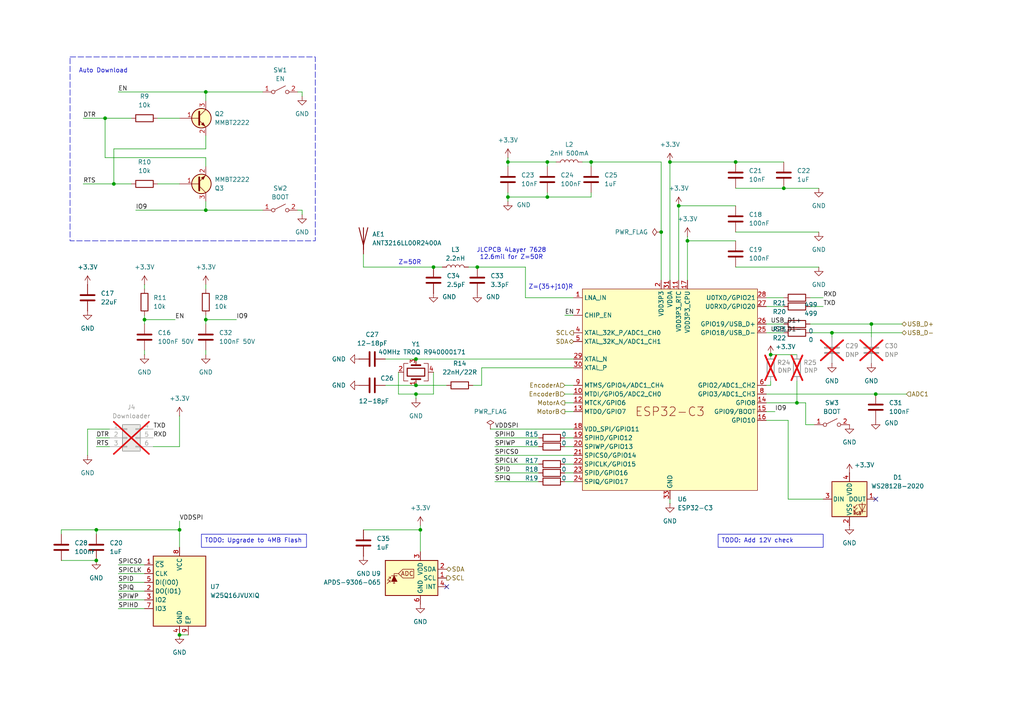
<source format=kicad_sch>
(kicad_sch (version 20231120) (generator "eeschema") (generator_version "8.0")
  (paper "A4")
  (lib_symbols
    (symbol "Connector_Generic:Conn_02x03_Top_Bottom" (pin_names (offset 1.016) hide)
      (property "Reference" "J" (at 1.27 5.08 0))
      (property "Value" "Conn_02x03_Top_Bottom" (at 1.27 -5.08 0))
      (symbol "Conn_02x03_Top_Bottom_1_1"
        (rectangle (start -1.27 -2.413) (end 0 -2.667) (stroke (width 0.1524)))
        (rectangle (start -1.27 0.127) (end 0 -0.127) (stroke (width 0.1524)))
        (rectangle (start -1.27 2.667) (end 0 2.413) (stroke (width 0.1524)))
        (rectangle (start -1.27 3.81) (end 3.81 -3.81) (stroke (width 0.254)) (fill (type background)))
        (rectangle (start 3.81 -2.413) (end 2.54 -2.667) (stroke (width 0.1524)))
        (rectangle (start 3.81 0.127) (end 2.54 -0.127) (stroke (width 0.1524)))
        (rectangle (start 3.81 2.667) (end 2.54 2.413) (stroke (width 0.1524)))
        (pin passive line (at -5.08 2.54 0) (length 3.81) (name "Pin_1") (number "1"))
        (pin passive line (at -5.08 0 0) (length 3.81) (name "Pin_2") (number "2"))
        (pin passive line (at -5.08 -2.54 0) (length 3.81) (name "Pin_3") (number "3"))
        (pin passive line (at 7.62 2.54 180) (length 3.81) (name "Pin_4") (number "4"))
        (pin passive line (at 7.62 0 180) (length 3.81) (name "Pin_5") (number "5"))
        (pin passive line (at 7.62 -2.54 180) (length 3.81) (name "Pin_6") (number "6"))
      )
    )
    (symbol "Device:Antenna" (pin_numbers hide) (pin_names (offset 1.016) hide)
      (property "Reference" "AE" (at -1.905 1.905 0))
      (property "Value" "Antenna" (at -1.905 0 0))
      (symbol "Antenna_0_1"
        (polyline (pts (xy 0 2.54) (xy 0 -3.81)) (stroke (width 0.254)))
        (polyline (pts (xy 1.27 2.54) (xy 0 -2.54) (xy -1.27 2.54)) (stroke (width 0.254)))
      )
      (symbol "Antenna_1_1"
        (pin input line (at 0 -5.08 90) (length 2.54) (name "A") (number "1"))
      )
    )
    (symbol "Device:C" (pin_numbers hide) (pin_names (offset 0.254))
      (property "Reference" "C" (at 0.635 2.54 0))
      (property "Value" "C" (at 0.635 -2.54 0))
      (symbol "C_0_1"
        (polyline (pts (xy -2.032 -0.762) (xy 2.032 -0.762)) (stroke (width 0.508)))
        (polyline (pts (xy -2.032 0.762) (xy 2.032 0.762)) (stroke (width 0.508)))
      )
      (symbol "C_1_1"
        (pin passive line (at 0 3.81 270) (length 2.794) (name "~") (number "1"))
        (pin passive line (at 0 -3.81 90) (length 2.794) (name "~") (number "2"))
      )
    )
    (symbol "Device:Crystal_GND24" (pin_names (offset 1.016) hide)
      (property "Reference" "Y" (at 3.175 5.08 0))
      (property "Value" "Crystal_GND24" (at 3.175 3.175 0))
      (symbol "Crystal_GND24_0_1"
        (rectangle (start -1.143 2.54) (end 1.143 -2.54) (stroke (width 0.3048)))
        (polyline (pts (xy -2.54 0) (xy -2.032 0)))
        (polyline (pts (xy -2.032 -1.27) (xy -2.032 1.27)) (stroke (width 0.508)))
        (polyline (pts (xy 0 -3.81) (xy 0 -3.556)))
        (polyline (pts (xy 0 3.556) (xy 0 3.81)))
        (polyline (pts (xy 2.032 -1.27) (xy 2.032 1.27)) (stroke (width 0.508)))
        (polyline (pts (xy 2.032 0) (xy 2.54 0)))
        (polyline (pts (xy -2.54 -2.286) (xy -2.54 -3.556) (xy 2.54 -3.556) (xy 2.54 -2.286)))
        (polyline (pts (xy -2.54 2.286) (xy -2.54 3.556) (xy 2.54 3.556) (xy 2.54 2.286)))
      )
      (symbol "Crystal_GND24_1_1"
        (pin passive line (at -3.81 0 0) (length 1.27) (name "1") (number "1"))
        (pin passive line (at 0 5.08 270) (length 1.27) (name "2") (number "2"))
        (pin passive line (at 3.81 0 180) (length 1.27) (name "3") (number "3"))
        (pin passive line (at 0 -5.08 90) (length 1.27) (name "4") (number "4"))
      )
    )
    (symbol "Device:L" (pin_numbers hide) (pin_names (offset 1.016) hide)
      (property "Reference" "L" (at -1.27 0 90))
      (property "Value" "L" (at 1.905 0 90))
      (symbol "L_0_1"
        (arc (start 0 -2.54) (mid 0.6323 -1.905) (end 0 -1.27))
        (arc (start 0 -1.27) (mid 0.6323 -0.635) (end 0 0))
        (arc (start 0 0) (mid 0.6323 0.635) (end 0 1.27))
        (arc (start 0 1.27) (mid 0.6323 1.905) (end 0 2.54))
      )
      (symbol "L_1_1"
        (pin passive line (at 0 3.81 270) (length 1.27) (name "1") (number "1"))
        (pin passive line (at 0 -3.81 90) (length 1.27) (name "2") (number "2"))
      )
    )
    (symbol "Device:R" (pin_numbers hide) (pin_names (offset 0))
      (property "Reference" "R" (at 2.032 0 90))
      (property "Value" "R" (at 0 0 90))
      (symbol "R_0_1"
        (rectangle (start -1.016 -2.54) (end 1.016 2.54) (stroke (width 0.254)))
      )
      (symbol "R_1_1"
        (pin passive line (at 0 3.81 270) (length 1.27) (name "~") (number "1"))
        (pin passive line (at 0 -3.81 90) (length 1.27) (name "~") (number "2"))
      )
    )
    (symbol "LED:WS2812B-2020" (pin_names (offset 0.254))
      (property "Reference" "D" (at 5.08 5.715 0))
      (property "Value" "WS2812B-2020" (at 1.27 -5.715 0))
      (symbol "WS2812B-2020_0_0"
        (text "RGB" (at 2.286 -4.191 0) (effects (font (size 0.762 0.762))))
      )
      (symbol "WS2812B-2020_0_1"
        (polyline (pts (xy 1.27 -3.556) (xy 1.778 -3.556)))
        (polyline (pts (xy 1.27 -2.54) (xy 1.778 -2.54)))
        (polyline (pts (xy 4.699 -3.556) (xy 2.667 -3.556)))
        (polyline (pts (xy 2.286 -2.54) (xy 1.27 -3.556) (xy 1.27 -3.048)))
        (polyline (pts (xy 2.286 -1.524) (xy 1.27 -2.54) (xy 1.27 -2.032)))
        (polyline (pts (xy 3.683 -1.016) (xy 3.683 -3.556) (xy 3.683 -4.064)))
        (polyline (pts (xy 4.699 -1.524) (xy 2.667 -1.524) (xy 3.683 -3.556) (xy 4.699 -1.524)))
        (rectangle (start 5.08 5.08) (end -5.08 -5.08) (stroke (width 0.254)) (fill (type background)))
      )
      (symbol "WS2812B-2020_1_1"
        (pin output line (at 7.62 0 180) (length 2.54) (name "DOUT") (number "1"))
        (pin power_in line (at 0 -7.62 90) (length 2.54) (name "VSS") (number "2"))
        (pin input line (at -7.62 0 0) (length 2.54) (name "DIN") (number "3"))
        (pin power_in line (at 0 7.62 270) (length 2.54) (name "VDD") (number "4"))
      )
    )
    (symbol "PCM_Espressif:ESP32-C3"
      (property "Reference" "U" (at -25.4 35.56 0))
      (property "Value" "ESP32-C3" (at -25.4 33.02 0))
      (symbol "ESP32-C3_0_0"
        (text "ESP32-C3" (at 0 -5.08 0) (effects (font (size 2.54 2.54))))
        (pin bidirectional line (at -27.94 27.94 0) (length 2.54) (name "LNA_IN") (number "1"))
        (pin bidirectional line (at -27.94 0 0) (length 2.54) (name "MTDI/GPIO5/ADC2_CH0") (number "10"))
        (pin power_in line (at 2.54 33.02 270) (length 2.54) (name "VDD3P3_RTC") (number "11"))
        (pin bidirectional line (at -27.94 -2.54 0) (length 2.54) (name "MTCK/GPIO6") (number "12"))
        (pin bidirectional line (at -27.94 -5.08 0) (length 2.54) (name "MTDO/GPIO7") (number "13"))
        (pin bidirectional line (at 27.94 -2.54 180) (length 2.54) (name "GPIO8") (number "14"))
        (pin bidirectional line (at 27.94 -5.08 180) (length 2.54) (name "GPIO9/BOOT") (number "15"))
        (pin bidirectional line (at 27.94 -7.62 180) (length 2.54) (name "GPIO10") (number "16"))
        (pin power_in line (at 5.08 33.02 270) (length 2.54) (name "VDD3P3_CPU") (number "17"))
        (pin bidirectional line (at -27.94 -10.16 0) (length 2.54) (name "VDD_SPI/GPIO11") (number "18"))
        (pin bidirectional line (at -27.94 -12.7 0) (length 2.54) (name "SPIHD/GPIO12") (number "19"))
        (pin power_in line (at -2.54 33.02 270) (length 2.54) (name "VDD3P3") (number "2"))
        (pin bidirectional line (at -27.94 -15.24 0) (length 2.54) (name "SPIWP/GPIO13") (number "20"))
        (pin bidirectional line (at -27.94 -17.78 0) (length 2.54) (name "SPICS0/GPIO14") (number "21"))
        (pin bidirectional line (at -27.94 -20.32 0) (length 2.54) (name "SPICLK/GPIO15") (number "22"))
        (pin bidirectional line (at -27.94 -22.86 0) (length 2.54) (name "SPID/GPIO16") (number "23"))
        (pin bidirectional line (at -27.94 -25.4 0) (length 2.54) (name "SPIQ/GPIO17") (number "24"))
        (pin bidirectional line (at 27.94 17.78 180) (length 2.54) (name "GPIO18/USB_D-") (number "25"))
        (pin bidirectional line (at 27.94 20.32 180) (length 2.54) (name "GPIO19/USB_D+") (number "26"))
        (pin bidirectional line (at 27.94 25.4 180) (length 2.54) (name "U0RXD/GPIO20") (number "27"))
        (pin bidirectional line (at 27.94 27.94 180) (length 2.54) (name "U0TXD/GPIO21") (number "28"))
        (pin output line (at -27.94 10.16 0) (length 2.54) (name "XTAL_N") (number "29"))
        (pin input line (at -27.94 7.62 0) (length 2.54) (name "XTAL_P") (number "30"))
        (pin power_in line (at 0 33.02 270) (length 2.54) (name "VDDA") (number "31"))
        (pin power_in line (at 0 -30.48 90) (length 2.54) (name "GND") (number "33"))
        (pin output line (at -27.94 17.78 0) (length 2.54) (name "XTAL_32K_P/ADC1_CH0") (number "4"))
        (pin input line (at -27.94 15.24 0) (length 2.54) (name "XTAL_32K_N/ADC1_CH1") (number "5"))
        (pin bidirectional line (at 27.94 2.54 180) (length 2.54) (name "GPIO2/ADC1_CH2") (number "6"))
        (pin input line (at -27.94 22.86 0) (length 2.54) (name "CHIP_EN") (number "7"))
        (pin bidirectional line (at 27.94 0 180) (length 2.54) (name "GPIO3/ADC1_CH3") (number "8"))
        (pin bidirectional line (at -27.94 2.54 0) (length 2.54) (name "MTMS/GPIO4/ADC1_CH4") (number "9"))
      )
      (symbol "ESP32-C3_0_1"
        (rectangle (start -25.4 30.48) (end 25.4 -27.94) (fill (type background)))
        (pin passive line (at -2.54 33.02 270) (length 2.54) hide (name "VDD3P3") (number "3"))
        (pin passive line (at 0 33.02 270) (length 2.54) hide (name "VDDA") (number "32"))
      )
    )
    (symbol "PCM_Transistor_BJT_AKL:MMBT2222" (pin_names hide)
      (property "Reference" "Q" (at 5.08 1.27 0))
      (property "Value" "MMBT2222" (at 5.08 -1.27 0))
      (symbol "MMBT2222_0_1"
        (polyline (pts (xy 0.635 0.635) (xy 2.54 2.54)))
        (polyline (pts (xy 0.635 -0.635) (xy 2.54 -2.54) (xy 2.54 -2.54)))
        (polyline (pts (xy 0.635 1.905) (xy 0.635 -1.905) (xy 0.635 -1.905)) (stroke (width 0.508)))
        (polyline (pts (xy 1.27 -1.778) (xy 1.778 -1.27) (xy 2.286 -2.286) (xy 1.27 -1.778) (xy 1.27 -1.778)) (fill (type outline)))
        (circle (center 1.27 0) (radius 2.8194) (stroke (width 0.254)) (fill (type background)))
      )
      (symbol "MMBT2222_1_1"
        (pin input line (at -5.08 0 0) (length 5.715) (name "B") (number "1"))
        (pin passive line (at 2.54 -5.08 90) (length 2.54) (name "E") (number "2"))
        (pin passive line (at 2.54 5.08 270) (length 2.54) (name "C") (number "3"))
      )
    )
    (symbol "Sensor_Optical:APDS-9306-065"
      (property "Reference" "U" (at -6.35 6.35 0))
      (property "Value" "APDS-9306-065" (at 3.81 6.35 0))
      (symbol "APDS-9306-065_0_0"
        (polyline (pts (xy -3.81 1.27) (xy -2.54 2.54) (xy 0.635 2.54) (xy 0.635 0) (xy -2.54 0) (xy -3.81 1.27)))
        (text "ADC" (at -1.27 1.27 0) (effects (font (size 1.27 1.27))))
      )
      (symbol "APDS-9306-065_0_1"
        (rectangle (start -7.62 5.08) (end 7.62 -5.08) (stroke (width 0.254)) (fill (type background)))
      )
      (symbol "APDS-9306-065_1_0"
        (polyline (pts (xy -5.08 -1.524) (xy -5.08 1.27) (xy -3.81 1.27)))
      )
      (symbol "APDS-9306-065_1_1"
        (polyline (pts (xy -6.223 -0.762) (xy -7.112 -1.651)))
        (polyline (pts (xy -6.223 -0.762) (xy -6.731 -0.762)))
        (polyline (pts (xy -6.223 -0.762) (xy -6.223 -1.27)))
        (polyline (pts (xy -6.096 0.254) (xy -6.985 -0.635)))
        (polyline (pts (xy -6.096 0.254) (xy -6.604 0.254)))
        (polyline (pts (xy -6.096 0.254) (xy -6.096 -0.254)))
        (polyline (pts (xy -5.842 0.635) (xy -4.191 0.635)))
        (polyline (pts (xy -4.826 -1.524) (xy -5.334 -1.524)))
        (polyline (pts (xy -5.842 -1.016) (xy -4.191 -1.016) (xy -5.08 0.635) (xy -5.842 -1.016)) (fill (type outline)))
        (pin input line (at 10.16 0 180) (length 2.54) (name "SCL") (number "1"))
        (pin bidirectional line (at 10.16 2.54 180) (length 2.54) (name "SDA") (number "2"))
        (pin power_in line (at 2.54 7.62 270) (length 2.54) (name "VDD") (number "3"))
        (pin open_collector line (at 10.16 -2.54 180) (length 2.54) (name "INT") (number "4"))
        (pin no_connect line (at -7.62 2.54 0) (length 2.54) hide (name "NC") (number "5"))
        (pin power_in line (at 2.54 -7.62 90) (length 2.54) (name "GND") (number "6"))
      )
    )
    (symbol "Switch:SW_SPST" (pin_names (offset 0) hide)
      (property "Reference" "SW" (at 0 3.175 0))
      (property "Value" "SW_SPST" (at 0 -2.54 0))
      (symbol "SW_SPST_0_0"
        (circle (center -2.032 0) (radius 0.508))
        (polyline (pts (xy -1.524 0.254) (xy 1.524 1.778)))
        (circle (center 2.032 0) (radius 0.508))
      )
      (symbol "SW_SPST_1_1"
        (pin passive line (at -5.08 0 0) (length 2.54) (name "A") (number "1"))
        (pin passive line (at 5.08 0 180) (length 2.54) (name "B") (number "2"))
      )
    )
    (symbol "library:W25Q16JVUXIQ"
      (property "Reference" "U" (at -6.35 11.43 0))
      (property "Value" "W25Q16JVUXIQ" (at 7.62 11.43 0))
      (symbol "W25Q16JVUXIQ_0_1"
        (rectangle (start -7.62 10.16) (end 7.62 -10.16) (stroke (width 0.254)) (fill (type background)))
      )
      (symbol "W25Q16JVUXIQ_1_1"
        (pin input line (at -10.16 7.62 0) (length 2.54) (name "~{CS}") (number "1"))
        (pin bidirectional line (at -10.16 0 0) (length 2.54) (name "DO(IO1)") (number "2"))
        (pin bidirectional line (at -10.16 -2.54 0) (length 2.54) (name "IO2") (number "3"))
        (pin power_in line (at 0 -12.7 90) (length 2.54) (name "GND") (number "4"))
        (pin bidirectional line (at -10.16 2.54 0) (length 2.54) (name "DI(IO0)") (number "5"))
        (pin input line (at -10.16 5.08 0) (length 2.54) (name "CLK") (number "6"))
        (pin bidirectional line (at -10.16 -5.08 0) (length 2.54) (name "IO3") (number "7"))
        (pin power_in line (at 0 12.7 270) (length 2.54) (name "VCC") (number "8"))
        (pin passive line (at 2.54 -12.7 90) (length 2.54) (name "EP") (number "9"))
      )
    )
    (symbol "power:+3.3V" (power) (pin_numbers hide) (pin_names (offset 0) hide)
      (property "Value" "+3.3V" (at 0 3.556 0))
      (symbol "+3.3V_0_1"
        (polyline (pts (xy -0.762 1.27) (xy 0 2.54)))
        (polyline (pts (xy 0 0) (xy 0 2.54)))
        (polyline (pts (xy 0 2.54) (xy 0.762 1.27)))
      )
      (symbol "+3.3V_1_1"
        (pin power_in line (at 0 0 90) (length 0) (name "~") (number "1"))
      )
    )
    (symbol "power:GND" (power) (pin_numbers hide) (pin_names (offset 0) hide)
      (property "Value" "GND" (at 0 -3.81 0))
      (symbol "GND_0_1"
        (polyline (pts (xy 0 0) (xy 0 -1.27) (xy 1.27 -1.27) (xy 0 -2.54) (xy -1.27 -1.27) (xy 0 -1.27)))
      )
      (symbol "GND_1_1"
        (pin power_in line (at 0 0 270) (length 0) (name "~") (number "1"))
      )
    )
    (symbol "power:PWR_FLAG" (power) (pin_numbers hide) (pin_names (offset 0) hide)
      (property "Value" "PWR_FLAG" (at 0 3.81 0))
      (symbol "PWR_FLAG_0_0"
        (pin power_out line (at 0 0 90) (length 0) (name "~") (number "1"))
      )
      (symbol "PWR_FLAG_0_1"
        (polyline (pts (xy 0 0) (xy 0 1.27) (xy -1.016 1.905) (xy 0 2.54) (xy 1.016 1.905) (xy 0 1.27)))
      )
    )
  )
  (junction (at 30.48 34.29))
  (junction (at 52.07 184.15))
  (junction (at 120.65 111.76))
  (junction (at 199.39 69.85))
  (junction (at 196.85 59.69))
  (junction (at 27.94 153.67))
  (junction (at 120.65 114.3))
  (junction (at 59.69 92.71))
  (junction (at 27.94 162.56))
  (junction (at 194.31 46.99))
  (junction (at 158.75 57.15))
  (junction (at 158.75 46.99))
  (junction (at 147.32 46.99))
  (junction (at 223.52 102.87))
  (junction (at 125.73 77.47))
  (junction (at 252.73 93.98))
  (junction (at 147.32 57.15))
  (junction (at 138.43 77.47))
  (junction (at 191.77 67.31))
  (junction (at 231.14 116.84))
  (junction (at 171.45 46.99))
  (junction (at 120.65 104.14))
  (junction (at 33.02 53.34))
  (junction (at 41.91 92.71))
  (junction (at 59.69 60.96))
  (junction (at 227.33 54.61))
  (junction (at 241.3 96.52))
  (junction (at 254 114.3))
  (junction (at 59.69 26.67))
  (junction (at 213.36 46.99))
  (junction (at 52.07 153.67))
  (junction (at 121.92 153.67))
  (no_connect (at 254 144.78))
  (no_connect (at 129.54 170.18))
  (wire (pts (xy 135.89 77.47) (xy 138.43 77.47)))
  (wire (pts (xy 147.32 57.15) (xy 147.32 58.42)))
  (wire (pts (xy 59.69 43.18) (xy 33.02 43.18)))
  (wire (pts (xy 231.14 116.84) (xy 233.68 116.84)))
  (wire (pts (xy 41.91 82.55) (xy 41.91 83.82)))
  (wire (pts (xy 120.65 104.14) (xy 166.37 104.14)))
  (wire (pts (xy 163.83 127) (xy 166.37 127)))
  (wire (pts (xy 27.94 153.67) (xy 52.07 153.67)))
  (wire (pts (xy 163.83 134.62) (xy 166.37 134.62)))
  (wire (pts (xy 143.51 129.54) (xy 156.21 129.54)))
  (wire (pts (xy 34.29 171.45) (xy 41.91 171.45)))
  (wire (pts (xy 41.91 92.71) (xy 41.91 93.98)))
  (wire (pts (xy 121.92 153.67) (xy 121.92 160.02)))
  (wire (pts (xy 143.51 137.16) (xy 156.21 137.16)))
  (wire (pts (xy 86.36 26.67) (xy 87.63 26.67)))
  (wire (pts (xy 222.25 111.76) (xy 223.52 111.76)))
  (wire (pts (xy 158.75 57.15) (xy 147.32 57.15)))
  (wire (pts (xy 262.89 114.3) (xy 254 114.3)))
  (wire (pts (xy 166.37 86.36) (xy 152.4 86.36)))
  (wire (pts (xy 44.45 129.54) (xy 52.07 129.54)))
  (wire (pts (xy 158.75 46.99) (xy 147.32 46.99)))
  (wire (pts (xy 241.3 97.79) (xy 241.3 96.52)))
  (wire (pts (xy 24.13 34.29) (xy 30.48 34.29)))
  (wire (pts (xy 139.7 106.68) (xy 166.37 106.68)))
  (wire (pts (xy 152.4 86.36) (xy 152.4 77.47)))
  (wire (pts (xy 147.32 55.88) (xy 147.32 57.15)))
  (wire (pts (xy 191.77 67.31) (xy 191.77 81.28)))
  (wire (pts (xy 59.69 101.6) (xy 59.69 102.87)))
  (wire (pts (xy 52.07 129.54) (xy 52.07 120.65)))
  (wire (pts (xy 87.63 26.67) (xy 87.63 27.94)))
  (wire (pts (xy 59.69 92.71) (xy 68.58 92.71)))
  (wire (pts (xy 31.75 124.46) (xy 25.4 124.46)))
  (wire (pts (xy 142.24 124.46) (xy 166.37 124.46)))
  (wire (pts (xy 222.25 88.9) (xy 227.33 88.9)))
  (wire (pts (xy 171.45 55.88) (xy 171.45 57.15)))
  (wire (pts (xy 105.41 73.66) (xy 105.41 77.47)))
  (wire (pts (xy 222.25 121.92) (xy 228.6 121.92)))
  (wire (pts (xy 34.29 173.99) (xy 41.91 173.99)))
  (wire (pts (xy 158.75 46.99) (xy 161.29 46.99)))
  (wire (pts (xy 163.83 137.16) (xy 166.37 137.16)))
  (wire (pts (xy 171.45 46.99) (xy 191.77 46.99)))
  (wire (pts (xy 194.31 144.78) (xy 194.31 146.05)))
  (wire (pts (xy 143.51 134.62) (xy 156.21 134.62)))
  (wire (pts (xy 59.69 92.71) (xy 59.69 93.98)))
  (wire (pts (xy 59.69 39.37) (xy 59.69 43.18)))
  (wire (pts (xy 147.32 46.99) (xy 147.32 48.26)))
  (wire (pts (xy 213.36 46.99) (xy 227.33 46.99)))
  (wire (pts (xy 87.63 60.96) (xy 87.63 62.23)))
  (wire (pts (xy 196.85 81.28) (xy 196.85 59.69)))
  (wire (pts (xy 224.79 119.38) (xy 222.25 119.38)))
  (wire (pts (xy 24.13 53.34) (xy 33.02 53.34)))
  (wire (pts (xy 158.75 55.88) (xy 158.75 57.15)))
  (wire (pts (xy 152.4 77.47) (xy 138.43 77.47)))
  (wire (pts (xy 199.39 69.85) (xy 199.39 81.28)))
  (wire (pts (xy 30.48 34.29) (xy 30.48 45.72)))
  (wire (pts (xy 234.95 88.9) (xy 238.76 88.9)))
  (wire (pts (xy 139.7 111.76) (xy 139.7 106.68)))
  (wire (pts (xy 213.36 77.47) (xy 237.49 77.47)))
  (wire (pts (xy 45.72 34.29) (xy 52.07 34.29)))
  (wire (pts (xy 227.33 54.61) (xy 237.49 54.61)))
  (wire (pts (xy 199.39 69.85) (xy 213.36 69.85)))
  (wire (pts (xy 59.69 26.67) (xy 76.2 26.67)))
  (wire (pts (xy 233.68 123.19) (xy 236.22 123.19)))
  (wire (pts (xy 194.31 81.28) (xy 194.31 46.99)))
  (wire (pts (xy 234.95 96.52) (xy 241.3 96.52)))
  (wire (pts (xy 115.57 107.95) (xy 115.57 114.3)))
  (wire (pts (xy 121.92 152.4) (xy 121.92 153.67)))
  (wire (pts (xy 194.31 46.99) (xy 213.36 46.99)))
  (wire (pts (xy 52.07 153.67) (xy 52.07 158.75)))
  (wire (pts (xy 158.75 48.26) (xy 158.75 46.99)))
  (wire (pts (xy 125.73 114.3) (xy 120.65 114.3)))
  (wire (pts (xy 17.78 153.67) (xy 27.94 153.67)))
  (wire (pts (xy 163.83 111.76) (xy 166.37 111.76)))
  (wire (pts (xy 59.69 91.44) (xy 59.69 92.71)))
  (wire (pts (xy 39.37 60.96) (xy 59.69 60.96)))
  (wire (pts (xy 111.76 111.76) (xy 120.65 111.76)))
  (wire (pts (xy 163.83 129.54) (xy 166.37 129.54)))
  (wire (pts (xy 163.83 114.3) (xy 166.37 114.3)))
  (wire (pts (xy 34.29 26.67) (xy 59.69 26.67)))
  (wire (pts (xy 222.25 116.84) (xy 231.14 116.84)))
  (wire (pts (xy 213.36 54.61) (xy 227.33 54.61)))
  (wire (pts (xy 52.07 151.13) (xy 52.07 153.67)))
  (wire (pts (xy 30.48 45.72) (xy 59.69 45.72)))
  (wire (pts (xy 33.02 43.18) (xy 33.02 53.34)))
  (wire (pts (xy 25.4 124.46) (xy 25.4 132.08)))
  (wire (pts (xy 163.83 139.7) (xy 166.37 139.7)))
  (wire (pts (xy 223.52 102.87) (xy 231.14 102.87)))
  (wire (pts (xy 222.25 96.52) (xy 227.33 96.52)))
  (wire (pts (xy 17.78 154.94) (xy 17.78 153.67)))
  (wire (pts (xy 163.83 116.84) (xy 166.37 116.84)))
  (wire (pts (xy 30.48 34.29) (xy 38.1 34.29)))
  (wire (pts (xy 120.65 115.57) (xy 120.65 114.3)))
  (wire (pts (xy 59.69 45.72) (xy 59.69 48.26)))
  (wire (pts (xy 45.72 53.34) (xy 52.07 53.34)))
  (wire (pts (xy 41.91 101.6) (xy 41.91 102.87)))
  (wire (pts (xy 234.95 93.98) (xy 252.73 93.98)))
  (wire (pts (xy 120.65 111.76) (xy 129.54 111.76)))
  (wire (pts (xy 171.45 46.99) (xy 171.45 48.26)))
  (wire (pts (xy 125.73 107.95) (xy 125.73 114.3)))
  (wire (pts (xy 137.16 111.76) (xy 139.7 111.76)))
  (wire (pts (xy 252.73 93.98) (xy 252.73 97.79)))
  (wire (pts (xy 143.51 127) (xy 156.21 127)))
  (wire (pts (xy 59.69 82.55) (xy 59.69 83.82)))
  (wire (pts (xy 34.29 166.37) (xy 41.91 166.37)))
  (wire (pts (xy 252.73 93.98) (xy 261.62 93.98)))
  (wire (pts (xy 86.36 60.96) (xy 87.63 60.96)))
  (wire (pts (xy 34.29 163.83) (xy 41.91 163.83)))
  (wire (pts (xy 191.77 46.99) (xy 191.77 67.31)))
  (wire (pts (xy 228.6 121.92) (xy 228.6 144.78)))
  (wire (pts (xy 27.94 127) (xy 31.75 127)))
  (wire (pts (xy 33.02 53.34) (xy 38.1 53.34)))
  (wire (pts (xy 222.25 86.36) (xy 227.33 86.36)))
  (wire (pts (xy 52.07 184.15) (xy 54.61 184.15)))
  (wire (pts (xy 34.29 176.53) (xy 41.91 176.53)))
  (wire (pts (xy 222.25 93.98) (xy 227.33 93.98)))
  (wire (pts (xy 223.52 110.49) (xy 223.52 111.76)))
  (wire (pts (xy 213.36 67.31) (xy 237.49 67.31)))
  (wire (pts (xy 163.83 91.44) (xy 166.37 91.44)))
  (wire (pts (xy 17.78 162.56) (xy 27.94 162.56)))
  (wire (pts (xy 196.85 59.69) (xy 213.36 59.69)))
  (wire (pts (xy 228.6 144.78) (xy 238.76 144.78)))
  (wire (pts (xy 143.51 132.08) (xy 166.37 132.08)))
  (wire (pts (xy 41.91 91.44) (xy 41.91 92.71)))
  (wire (pts (xy 168.91 46.99) (xy 171.45 46.99)))
  (wire (pts (xy 27.94 154.94) (xy 27.94 153.67)))
  (wire (pts (xy 27.94 129.54) (xy 31.75 129.54)))
  (wire (pts (xy 171.45 57.15) (xy 158.75 57.15)))
  (wire (pts (xy 34.29 168.91) (xy 41.91 168.91)))
  (wire (pts (xy 105.41 77.47) (xy 125.73 77.47)))
  (wire (pts (xy 41.91 92.71) (xy 50.8 92.71)))
  (wire (pts (xy 59.69 60.96) (xy 76.2 60.96)))
  (wire (pts (xy 59.69 29.21) (xy 59.69 26.67)))
  (wire (pts (xy 233.68 116.84) (xy 233.68 123.19)))
  (wire (pts (xy 111.76 104.14) (xy 120.65 104.14)))
  (wire (pts (xy 231.14 116.84) (xy 231.14 110.49)))
  (wire (pts (xy 234.95 86.36) (xy 238.76 86.36)))
  (wire (pts (xy 59.69 58.42) (xy 59.69 60.96)))
  (wire (pts (xy 163.83 119.38) (xy 166.37 119.38)))
  (wire (pts (xy 125.73 77.47) (xy 128.27 77.47)))
  (wire (pts (xy 143.51 139.7) (xy 156.21 139.7)))
  (wire (pts (xy 199.39 69.85) (xy 199.39 68.58)))
  (wire (pts (xy 222.25 114.3) (xy 254 114.3)))
  (wire (pts (xy 147.32 45.72) (xy 147.32 46.99)))
  (wire (pts (xy 241.3 96.52) (xy 261.62 96.52)))
  (wire (pts (xy 105.41 153.67) (xy 121.92 153.67)))
  (wire (pts (xy 115.57 114.3) (xy 120.65 114.3)))
  (rectangle (start 20.32 16.51) (end 91.44 69.85) (stroke (width 0) (type dash)))
  (text_box "TODO: Add 12V check" (at 208.28 154.94 0) (size 30.48 3.81) (effects (font (size 1.27 1.27)) (justify left top)))
  (text_box "TODO: Upgrade to 4MB Flash" (at 58.42 154.94 0) (size 30.48 3.81) (effects (font (size 1.27 1.27)) (justify left top)))
  (text "JLCPCB 4Layer 7628\n12.6mil for Z=50R" (at 148.336 73.66 0) (effects (font (size 1.27 1.27))))
  (text "Z=50R" (at 118.872 76.2 0) (effects (font (size 1.27 1.27))))
  (text "Auto Download" (at 29.972 20.574 0) (effects (font (size 1.27 1.27))))
  (text "Z=(35+j10)R" (at 159.766 83.312 0) (effects (font (size 1.27 1.27))))
  (label "RTS" (at 27.94 129.54 0))
  (label "SPIWP" (at 143.51 129.54 0))
  (label "RXD" (at 44.45 127 0))
  (label "TXD" (at 44.45 124.46 0))
  (label "TXD" (at 238.76 88.9 0))
  (label "EN" (at 34.29 26.67 0))
  (label "USB_D1-" (at 223.52 96.52 0))
  (label "RXD" (at 238.76 86.36 0))
  (label "IO9" (at 39.37 60.96 0))
  (label "IO9" (at 224.79 119.38 0))
  (label "IO9" (at 68.58 92.71 0))
  (label "RTS" (at 24.13 53.34 0))
  (label "SPICS0" (at 143.51 132.08 0))
  (label "SPIQ" (at 34.29 171.45 0))
  (label "DTR" (at 24.13 34.29 0))
  (label "SPIQ" (at 143.51 139.7 0))
  (label "SPICS0" (at 34.29 163.83 0))
  (label "USB_D1+" (at 223.52 93.98 0))
  (label "EN" (at 163.83 91.44 0))
  (label "SPID" (at 34.29 168.91 0))
  (label "SPIWP" (at 34.29 173.99 0))
  (label "VDDSPI" (at 143.51 124.46 0))
  (label "SPIHD" (at 143.51 127 0))
  (label "VDDSPI" (at 52.07 151.13 0))
  (label "DTR" (at 27.94 127 0))
  (label "SPID" (at 143.51 137.16 0))
  (label "SPICLK" (at 143.51 134.62 0))
  (label "EN" (at 50.8 92.71 0))
  (label "SPICLK" (at 34.29 166.37 0))
  (label "SPIHD" (at 34.29 176.53 0))
  (hierarchical_label "EncoderB" (shape input) (at 163.83 114.3 180))
  (hierarchical_label "USB_D+" (shape bidirectional) (at 261.62 93.98 0))
  (hierarchical_label "ADC1" (shape input) (at 262.89 114.3 0))
  (hierarchical_label "USB_D-" (shape bidirectional) (at 261.62 96.52 0))
  (hierarchical_label "MotorB" (shape output) (at 163.83 119.38 180))
  (hierarchical_label "MotorA" (shape output) (at 163.83 116.84 180))
  (hierarchical_label "SCL" (shape output) (at 129.54 167.64 0))
  (hierarchical_label "SCL" (shape output) (at 166.37 96.52 180))
  (hierarchical_label "SDA" (shape bidirectional) (at 129.54 165.1 0))
  (hierarchical_label "EncoderA" (shape input) (at 163.83 111.76 180))
  (hierarchical_label "SDA" (shape bidirectional) (at 166.37 99.06 180))
  (symbol (lib_id "Device:C") (at 105.41 157.48 0) (unit 1)
    (property "Reference" "C35" (at 109.22 156.2099 0) (effects (justify left)))
    (property "Value" "1uF" (at 109.22 158.7499 0) (effects (justify left)))
    (property "Footprint" "Capacitor_SMD:C_0603_1608Metric" (effects (hide yes)))
    (property "Description" "Unpolarized capacitor" (effects (hide yes)))
    (property "LCSC Part#" " C15849" (effects (hide yes)))
  )
  (symbol (lib_id "Device:C") (at 254 118.11 0) (unit 1)
    (property "Reference" "C31" (at 257.81 116.8399 0) (effects (justify left)))
    (property "Value" "100nF" (at 257.81 119.3799 0) (effects (justify left)))
    (property "Footprint" "Capacitor_SMD:C_0603_1608Metric" (effects (hide yes)))
    (property "Description" "Unpolarized capacitor" (effects (hide yes)))
    (property "LCSC Part#" " C14663" (effects (hide yes)))
  )
  (symbol (lib_id "Device:C") (at 147.32 52.07 0) (unit 1)
    (property "Reference" "C23" (at 151.13 50.7999 0) (effects (justify left)))
    (property "Value" "10nF" (at 151.13 53.3399 0) (effects (justify left)))
    (property "Footprint" "Capacitor_SMD:C_0603_1608Metric" (effects (hide yes)))
    (property "Description" "Unpolarized capacitor" (effects (hide yes)))
    (property "LCSC Part#" " C57112" (effects (hide yes)))
  )
  (symbol (lib_id "Switch:SW_SPST") (at 241.3 123.19 0) (unit 1)
    (property "Reference" "SW3" (at 241.3 116.84 0))
    (property "Value" "BOOT" (at 241.3 119.38 0))
    (property "Footprint" "Button_Switch_SMD:SW_SPST_CK_KMS2xxGP" (effects (hide yes)))
    (property "Description" "Single Pole Single Throw (SPST) switch" (effects (hide yes)))
    (property "LCSC Part#" "C221701" (effects (hide yes)))
  )
  (symbol (lib_id "power:GND") (at 27.94 162.56 0) (unit 1)
    (property "Reference" "#PWR047" (effects (hide yes)))
    (property "Value" "GND" (at 27.94 167.64 0))
    (property "Description" "Power symbol creates a global label with name \"GND\" , ground" (effects (hide yes)))
  )
  (symbol (lib_id "power:PWR_FLAG") (at 191.77 67.31 90) (unit 1)
    (property "Reference" "#FLG03" (effects (hide yes)))
    (property "Value" "PWR_FLAG" (at 187.96 67.3099 90) (effects (justify left)))
    (property "Description" "Special symbol for telling ERC where power comes from" (effects (hide yes)))
  )
  (symbol (lib_id "power:+3.3V") (at 194.31 46.99 0) (unit 1)
    (property "Reference" "#PWR037" (effects (hide yes)))
    (property "Value" "+3.3V" (at 194.31 41.91 0))
    (property "Description" "Power symbol creates a global label with name \"+3.3V\"" (effects (hide yes)))
  )
  (symbol (lib_id "Device:R") (at 41.91 34.29 90) (unit 1)
    (property "Reference" "R9" (at 41.91 27.94 90))
    (property "Value" "10k" (at 41.91 30.48 90))
    (property "Footprint" "PCM_Resistor_SMD_AKL:R_0603_1608Metric" (effects (hide yes)))
    (property "Description" "Resistor" (effects (hide yes)))
    (property "LCSC Part#" " C25804" (effects (hide yes)))
  )
  (symbol (lib_id "Device:C") (at 25.4 86.36 0) (unit 1)
    (property "Reference" "C17" (at 29.21 85.0899 0) (effects (justify left)))
    (property "Value" "22uF" (at 29.21 87.6299 0) (effects (justify left)))
    (property "Footprint" "Capacitor_SMD:C_0805_2012Metric" (effects (hide yes)))
    (property "Description" "Unpolarized capacitor" (effects (hide yes)))
    (property "LCSC Part#" " C45783" (effects (hide yes)))
  )
  (symbol (lib_id "power:GND") (at 194.31 146.05 0) (unit 1)
    (property "Reference" "#PWR046" (effects (hide yes)))
    (property "Value" "GND" (at 194.31 151.13 0))
    (property "Description" "Power symbol creates a global label with name \"GND\" , ground" (effects (hide yes)))
  )
  (symbol (lib_id "power:GND") (at 252.73 105.41 0) (unit 1)
    (property "Reference" "#PWR053" (effects (hide yes)))
    (property "Value" "GND" (at 252.73 110.49 0))
    (property "Description" "Power symbol creates a global label with name \"GND\" , ground" (effects (hide yes)))
  )
  (symbol (lib_id "power:GND") (at 52.07 184.15 0) (unit 1)
    (property "Reference" "#PWR051" (effects (hide yes)))
    (property "Value" "GND" (at 52.07 189.23 0))
    (property "Description" "Power symbol creates a global label with name \"GND\" , ground" (effects (hide yes)))
  )
  (symbol (lib_id "power:GND") (at 105.41 161.29 0) (unit 1)
    (property "Reference" "#PWR075" (effects (hide yes)))
    (property "Value" "GND" (at 105.41 166.37 0))
    (property "Description" "Power symbol creates a global label with name \"GND\" , ground" (effects (hide yes)))
  )
  (symbol (lib_id "Device:C") (at 213.36 73.66 0) (unit 1)
    (property "Reference" "C19" (at 217.17 72.3899 0) (effects (justify left)))
    (property "Value" "100nF" (at 217.17 74.9299 0) (effects (justify left)))
    (property "Footprint" "Capacitor_SMD:C_0603_1608Metric" (effects (hide yes)))
    (property "Description" "Unpolarized capacitor" (effects (hide yes)))
    (property "LCSC Part#" " C14663" (effects (hide yes)))
  )
  (symbol (lib_id "Device:C") (at 213.36 50.8 0) (unit 1)
    (property "Reference" "C21" (at 217.17 49.5299 0) (effects (justify left)))
    (property "Value" "10nF" (at 217.17 52.0699 0) (effects (justify left)))
    (property "Footprint" "Capacitor_SMD:C_0603_1608Metric" (effects (hide yes)))
    (property "Description" "Unpolarized capacitor" (effects (hide yes)))
    (property "LCSC Part#" " C57112" (effects (hide yes)))
  )
  (symbol (lib_id "Device:Antenna") (at 105.41 68.58 0) (unit 1)
    (property "Reference" "AE1" (at 107.95 67.9449 0) (effects (justify left)))
    (property "Value" "ANT3216LL00R2400A" (at 107.95 70.4849 0) (effects (justify left)))
    (property "Footprint" "Library:ANT3216LL00R2400A" (effects (hide yes)))
    (property "Description" "Antenna" (effects (hide yes)))
    (property "LCSC Part#" "C293767" (effects (hide yes)))
  )
  (symbol (lib_id "power:GND") (at 87.63 62.23 0) (unit 1)
    (property "Reference" "#PWR029" (effects (hide yes)))
    (property "Value" "GND" (at 87.63 67.31 0))
    (property "Description" "Power symbol creates a global label with name \"GND\" , ground" (effects (hide yes)))
  )
  (symbol (lib_id "Device:C") (at 107.95 104.14 90) (unit 1)
    (property "Reference" "C27" (at 107.95 97.028 90))
    (property "Value" "12-18pF" (at 107.95 99.568 90))
    (property "Footprint" "Capacitor_SMD:C_0603_1608Metric" (effects (hide yes)))
    (property "Description" "Unpolarized capacitor" (effects (hide yes)))
    (property "LCSC Part#" "C38523" (effects (hide yes)))
  )
  (symbol (lib_id "power:GND") (at 147.32 58.42 0) (unit 1)
    (property "Reference" "#PWR045" (effects (hide yes)))
    (property "Value" "GND" (at 151.892 59.436 0))
    (property "Description" "Power symbol creates a global label with name \"GND\" , ground" (effects (hide yes)))
  )
  (symbol (lib_id "power:+3.3V") (at 196.85 59.69 0) (unit 1)
    (property "Reference" "#PWR040" (effects (hide yes)))
    (property "Value" "+3.3V" (at 196.85 54.61 0))
    (property "Description" "Power symbol creates a global label with name \"+3.3V\"" (effects (hide yes)))
  )
  (symbol (lib_id "power:GND") (at 120.65 115.57 0) (unit 1)
    (property "Reference" "#PWR050" (effects (hide yes)))
    (property "Value" "GND" (at 120.65 120.65 0))
    (property "Description" "Power symbol creates a global label with name \"GND\" , ground" (effects (hide yes)))
  )
  (symbol (lib_id "power:GND") (at 241.3 105.41 0) (unit 1)
    (property "Reference" "#PWR052" (effects (hide yes)))
    (property "Value" "GND" (at 241.3 110.49 0))
    (property "Description" "Power symbol creates a global label with name \"GND\" , ground" (effects (hide yes)))
  )
  (symbol (lib_id "Device:R") (at 160.02 139.7 270) (unit 1)
    (property "Reference" "R19" (at 154.178 138.684 90))
    (property "Value" "0" (at 163.576 138.684 90))
    (property "Footprint" "PCM_Resistor_SMD_AKL:R_0402_1005Metric" (effects (hide yes)))
    (property "Description" "Resistor" (effects (hide yes)))
    (property "LCSC Part#" " C17168" (effects (hide yes)))
  )
  (symbol (lib_id "Device:R") (at 223.52 106.68 0) (unit 1) (dnp yes)
    (property "Reference" "R24" (at 227.33 105.156 0))
    (property "Value" "DNP" (at 227.584 107.442 0))
    (property "Footprint" "PCM_Resistor_SMD_AKL:R_0603_1608Metric" (effects (hide yes)))
    (property "Description" "Resistor" (effects (hide yes)))
  )
  (symbol (lib_id "Device:C") (at 138.43 81.28 0) (unit 1)
    (property "Reference" "C33" (at 142.24 80.0099 0) (effects (justify left)))
    (property "Value" "3.3pF" (at 142.24 82.5499 0) (effects (justify left)))
    (property "Footprint" "Capacitor_SMD:C_0402_1005Metric" (effects (hide yes)))
    (property "Description" "Unpolarized capacitor" (effects (hide yes)))
    (property "LCSC Part#" "C710652" (effects (hide yes)))
  )
  (symbol (lib_id "power:GND") (at 104.14 104.14 270) (unit 1)
    (property "Reference" "#PWR048" (effects (hide yes)))
    (property "Value" "GND" (at 100.33 104.1399 90) (effects (justify right)))
    (property "Description" "Power symbol creates a global label with name \"GND\" , ground" (effects (hide yes)))
  )
  (symbol (lib_id "Device:R") (at 59.69 87.63 180) (unit 1)
    (property "Reference" "R28" (at 62.23 86.3599 0) (effects (justify right)))
    (property "Value" "10k" (at 62.23 88.8999 0) (effects (justify right)))
    (property "Footprint" "PCM_Resistor_SMD_AKL:R_0603_1608Metric" (effects (hide yes)))
    (property "Description" "Resistor" (effects (hide yes)))
    (property "LCSC Part#" " C25804" (effects (hide yes)))
  )
  (symbol (lib_id "Device:C") (at 59.69 97.79 0) (unit 1)
    (property "Reference" "C32" (at 63.5 96.5199 0) (effects (justify left)))
    (property "Value" "100nF 50V" (at 63.5 99.0599 0) (effects (justify left)))
    (property "Footprint" "Capacitor_SMD:C_0603_1608Metric" (effects (hide yes)))
    (property "Description" "Unpolarized capacitor" (effects (hide yes)))
    (property "LCSC Part#" " C14663" (effects (hide yes)))
  )
  (symbol (lib_id "power:GND") (at 125.73 85.09 0) (unit 1)
    (property "Reference" "#PWR061" (effects (hide yes)))
    (property "Value" "GND" (at 130.302 86.106 0))
    (property "Description" "Power symbol creates a global label with name \"GND\" , ground" (effects (hide yes)))
  )
  (symbol (lib_id "Device:C") (at 27.94 158.75 0) (unit 1)
    (property "Reference" "C20" (at 31.75 157.4799 0) (effects (justify left)))
    (property "Value" "1uF" (at 31.75 160.0199 0) (effects (justify left)))
    (property "Footprint" "Capacitor_SMD:C_0603_1608Metric" (effects (hide yes)))
    (property "Description" "Unpolarized capacitor" (effects (hide yes)))
    (property "LCSC Part#" " C15849" (effects (hide yes)))
  )
  (symbol (lib_id "Device:Crystal_GND24") (at 120.65 107.95 90) (unit 1)
    (property "Reference" "Y1" (at 120.65 99.822 90))
    (property "Value" "40MHz TROQ R940000171" (at 122.428 102.108 90))
    (property "Footprint" "Crystal:Crystal_SMD_2016-4Pin_2.0x1.6mm" (effects (hide yes)))
    (property "Description" "Four pin crystal, GND on pins 2 and 4" (effects (hide yes)))
    (property "LCSC Part#" "C2929402" (effects (hide yes)))
  )
  (symbol (lib_id "Device:R") (at 231.14 86.36 270) (unit 1)
    (property "Reference" "R21" (at 226.06 87.884 90))
    (property "Value" "499" (at 235.204 88.392 90))
    (property "Footprint" "PCM_Resistor_SMD_AKL:R_0603_1608Metric" (effects (hide yes)))
    (property "Description" "Resistor" (effects (hide yes)))
    (property "LCSC Part#" " C23193" (effects (hide yes)))
  )
  (symbol (lib_id "PCM_Transistor_BJT_AKL:MMBT2222") (at 57.15 34.29 0) (unit 1)
    (property "Reference" "Q2" (at 62.23 33.0199 0) (effects (justify left)))
    (property "Value" "MMBT2222" (at 62.23 35.5599 0) (effects (justify left)))
    (property "Footprint" "PCM_Package_TO_SOT_SMD_AKL:SOT-23" (effects (hide yes)))
    (property "Datasheet" "https://www.tme.eu/Document/fd53f7282772c4b53c43aa6dcf874bac/mmbt2222.pdf" (effects (hide yes)))
    (property "Description" "NPN SOT-23 transistor, 30V, 600mA, 225mW, Alternate KiCAD Library" (effects (hide yes)))
    (property "LCSC Part#" "C8512" (effects (hide yes)))
  )
  (symbol (lib_id "Device:R") (at 231.14 96.52 270) (unit 1)
    (property "Reference" "R22" (at 226.06 98.044 90))
    (property "Value" "0" (at 235.204 98.552 90))
    (property "Footprint" "PCM_Resistor_SMD_AKL:R_0603_1608Metric" (effects (hide yes)))
    (property "Description" "Resistor" (effects (hide yes)))
    (property "LCSC Part#" " C21189" (effects (hide yes)))
  )
  (symbol (lib_id "power:GND") (at 25.4 132.08 0) (unit 1)
    (property "Reference" "#PWR030" (effects (hide yes)))
    (property "Value" "GND" (at 25.4 137.16 0))
    (property "Description" "Power symbol creates a global label with name \"GND\" , ground" (effects (hide yes)))
  )
  (symbol (lib_id "power:+3.3V") (at 41.91 82.55 0) (unit 1)
    (property "Reference" "#PWR032" (effects (hide yes)))
    (property "Value" "+3.3V" (at 41.91 77.47 0))
    (property "Description" "Power symbol creates a global label with name \"+3.3V\"" (effects (hide yes)))
  )
  (symbol (lib_id "power:GND") (at 254 121.92 0) (unit 1)
    (property "Reference" "#PWR055" (effects (hide yes)))
    (property "Value" "GND" (at 258.572 122.682 0))
    (property "Description" "Power symbol creates a global label with name \"GND\" , ground" (effects (hide yes)))
  )
  (symbol (lib_id "power:GND") (at 25.4 90.17 0) (unit 1)
    (property "Reference" "#PWR043" (effects (hide yes)))
    (property "Value" "GND" (at 25.4 95.25 0))
    (property "Description" "Power symbol creates a global label with name \"GND\" , ground" (effects (hide yes)))
  )
  (symbol (lib_id "Device:L") (at 132.08 77.47 90) (unit 1)
    (property "Reference" "L3" (at 132.08 72.39 90))
    (property "Value" "2.2nH" (at 132.08 74.93 90))
    (property "Footprint" "Inductor_SMD:L_0402_1005Metric" (effects (hide yes)))
    (property "Description" "Inductor" (effects (hide yes)))
    (property "LCSC Part#" "C86061" (effects (hide yes)))
  )
  (symbol (lib_id "LED:WS2812B-2020") (at 246.38 144.78 0) (unit 1)
    (property "Reference" "D1" (at 260.35 138.4614 0))
    (property "Value" "WS2812B-2020" (at 260.35 141.0014 0))
    (property "Footprint" "LED_SMD:LED_WS2812B-2020_PLCC4_2.0x2.0mm" (effects (hide yes)))
    (property "Datasheet" "https://cdn-shop.adafruit.com/product-files/4684/4684_WS2812B-2020_V1.3_EN.pdf" (effects (hide yes)))
    (property "Description" "RGB LED with integrated controller, 2.0 x 2.0 mm, 12 mA" (effects (hide yes)))
    (property "LCSC Part#" "C5349955" (effects (hide yes)))
  )
  (symbol (lib_id "power:+3.3V") (at 121.92 152.4 0) (unit 1)
    (property "Reference" "#PWR073" (effects (hide yes)))
    (property "Value" "+3.3V" (at 121.92 147.32 0))
    (property "Description" "Power symbol creates a global label with name \"+3.3V\"" (effects (hide yes)))
  )
  (symbol (lib_id "power:GND") (at 59.69 102.87 0) (unit 1)
    (property "Reference" "#PWR059" (effects (hide yes)))
    (property "Value" "GND" (at 59.69 107.95 0))
    (property "Description" "Power symbol creates a global label with name \"GND\" , ground" (effects (hide yes)))
  )
  (symbol (lib_id "PCM_Espressif:ESP32-C3") (at 194.31 114.3 0) (unit 1)
    (property "Reference" "U6" (at 196.5041 144.78 0) (effects (justify left)))
    (property "Value" "ESP32-C3" (at 196.5041 147.32 0) (effects (justify left)))
    (property "Footprint" "Package_DFN_QFN:QFN-32-1EP_5x5mm_P0.5mm_EP3.45x3.45mm" (effects (hide yes)))
    (property "Datasheet" "https://www.espressif.com/sites/default/files/documentation/esp32-c3_datasheet_en.pdf" (effects (hide yes)))
    (property "Description" "ESP32-C3 family is an ultra-low-power MCU-based SoC solution that supports 2.4 GHz Wi-Fi and Bluetooth®Low Energy (Bluetooth LE)." (effects (hide yes)))
    (property "LCSC Part#" "C2838500" (effects (hide yes)))
  )
  (symbol (lib_id "Device:C") (at 171.45 52.07 0) (unit 1)
    (property "Reference" "C25" (at 175.26 50.7999 0) (effects (justify left)))
    (property "Value" "1uF" (at 175.26 53.3399 0) (effects (justify left)))
    (property "Footprint" "Capacitor_SMD:C_0603_1608Metric" (effects (hide yes)))
    (property "Description" "Unpolarized capacitor" (effects (hide yes)))
    (property "LCSC Part#" " C15849" (effects (hide yes)))
  )
  (symbol (lib_id "Switch:SW_SPST") (at 81.28 60.96 0) (unit 1)
    (property "Reference" "SW2" (at 81.28 54.61 0))
    (property "Value" "BOOT" (at 81.28 57.15 0))
    (property "Footprint" "Button_Switch_SMD:SW_SPST_CK_KMS2xxGP" (effects (hide yes)))
    (property "Description" "Single Pole Single Throw (SPST) switch" (effects (hide yes)))
    (property "LCSC Part#" "C221701" (effects (hide yes)))
  )
  (symbol (lib_id "Device:C") (at 17.78 158.75 0) (unit 1)
    (property "Reference" "C28" (at 21.59 157.4799 0) (effects (justify left)))
    (property "Value" "100nF" (at 21.59 160.0199 0) (effects (justify left)))
    (property "Footprint" "Capacitor_SMD:C_0603_1608Metric" (effects (hide yes)))
    (property "Description" "Unpolarized capacitor" (effects (hide yes)))
    (property "LCSC Part#" " C14663" (effects (hide yes)))
  )
  (symbol (lib_id "Device:C") (at 125.73 81.28 0) (unit 1)
    (property "Reference" "C34" (at 129.54 80.0099 0) (effects (justify left)))
    (property "Value" "2.5pF" (at 129.54 82.5499 0) (effects (justify left)))
    (property "Footprint" "Capacitor_SMD:C_0402_1005Metric" (effects (hide yes)))
    (property "Description" "Unpolarized capacitor" (effects (hide yes)))
    (property "LCSC Part#" "C2189359" (effects (hide yes)))
  )
  (symbol (lib_id "power:GND") (at 237.49 77.47 0) (unit 1)
    (property "Reference" "#PWR036" (effects (hide yes)))
    (property "Value" "GND" (at 237.49 82.55 0))
    (property "Description" "Power symbol creates a global label with name \"GND\" , ground" (effects (hide yes)))
  )
  (symbol (lib_id "Device:C") (at 227.33 50.8 0) (unit 1)
    (property "Reference" "C22" (at 231.14 49.5299 0) (effects (justify left)))
    (property "Value" "1uF" (at 231.14 52.0699 0) (effects (justify left)))
    (property "Footprint" "Capacitor_SMD:C_0603_1608Metric" (effects (hide yes)))
    (property "Description" "Unpolarized capacitor" (effects (hide yes)))
    (property "LCSC Part#" " C15849" (effects (hide yes)))
  )
  (symbol (lib_id "power:GND") (at 237.49 67.31 0) (unit 1)
    (property "Reference" "#PWR035" (effects (hide yes)))
    (property "Value" "GND" (at 237.49 72.39 0))
    (property "Description" "Power symbol creates a global label with name \"GND\" , ground" (effects (hide yes)))
  )
  (symbol (lib_id "PCM_Transistor_BJT_AKL:MMBT2222") (at 57.15 53.34 0) (mirror x) (unit 1)
    (property "Reference" "Q3" (at 62.23 54.6101 0) (effects (justify left)))
    (property "Value" "MMBT2222" (at 62.23 52.0701 0) (effects (justify left)))
    (property "Footprint" "PCM_Package_TO_SOT_SMD_AKL:SOT-23" (effects (hide yes)))
    (property "Datasheet" "https://www.tme.eu/Document/fd53f7282772c4b53c43aa6dcf874bac/mmbt2222.pdf" (effects (hide yes)))
    (property "Description" "NPN SOT-23 transistor, 30V, 600mA, 225mW, Alternate KiCAD Library" (effects (hide yes)))
    (property "LCSC Part#" "C8512" (effects (hide yes)))
  )
  (symbol (lib_id "Device:R") (at 133.35 111.76 270) (unit 1)
    (property "Reference" "R14" (at 133.35 105.41 90))
    (property "Value" "22nH/22R" (at 133.35 107.95 90))
    (property "Footprint" "PCM_Resistor_SMD_AKL:R_0603_1608Metric" (effects (hide yes)))
    (property "Description" "Resistor" (effects (hide yes)))
    (property "LCSC Part#" "C23345" (effects (hide yes)))
  )
  (symbol (lib_id "Switch:SW_SPST") (at 81.28 26.67 0) (unit 1)
    (property "Reference" "SW1" (at 81.28 20.32 0))
    (property "Value" "EN" (at 81.28 22.86 0))
    (property "Footprint" "Button_Switch_SMD:SW_SPST_CK_KMS2xxGP" (effects (hide yes)))
    (property "Description" "Single Pole Single Throw (SPST) switch" (effects (hide yes)))
    (property "LCSC Part#" "C221701" (effects (hide yes)))
  )
  (symbol (lib_id "power:GND") (at 104.14 111.76 270) (unit 1)
    (property "Reference" "#PWR049" (effects (hide yes)))
    (property "Value" "GND" (at 100.33 111.7599 90) (effects (justify right)))
    (property "Description" "Power symbol creates a global label with name \"GND\" , ground" (effects (hide yes)))
  )
  (symbol (lib_id "power:GND") (at 237.49 54.61 0) (unit 1)
    (property "Reference" "#PWR034" (effects (hide yes)))
    (property "Value" "GND" (at 237.49 59.69 0))
    (property "Description" "Power symbol creates a global label with name \"GND\" , ground" (effects (hide yes)))
  )
  (symbol (lib_id "Device:R") (at 160.02 134.62 270) (unit 1)
    (property "Reference" "R17" (at 154.178 133.604 90))
    (property "Value" "0" (at 163.576 133.604 90))
    (property "Footprint" "PCM_Resistor_SMD_AKL:R_0402_1005Metric" (effects (hide yes)))
    (property "Description" "Resistor" (effects (hide yes)))
    (property "LCSC Part#" " C17168" (effects (hide yes)))
  )
  (symbol (lib_id "Device:R") (at 160.02 127 270) (unit 1)
    (property "Reference" "R15" (at 154.178 125.984 90))
    (property "Value" "0" (at 163.576 125.984 90))
    (property "Footprint" "PCM_Resistor_SMD_AKL:R_0402_1005Metric" (effects (hide yes)))
    (property "Description" "Resistor" (effects (hide yes)))
    (property "LCSC Part#" " C17168" (effects (hide yes)))
  )
  (symbol (lib_id "power:GND") (at 87.63 27.94 0) (unit 1)
    (property "Reference" "#PWR028" (effects (hide yes)))
    (property "Value" "GND" (at 87.63 33.02 0))
    (property "Description" "Power symbol creates a global label with name \"GND\" , ground" (effects (hide yes)))
  )
  (symbol (lib_id "Device:R") (at 231.14 88.9 270) (unit 1)
    (property "Reference" "R20" (at 226.06 90.424 90))
    (property "Value" "499" (at 235.204 90.932 90))
    (property "Footprint" "PCM_Resistor_SMD_AKL:R_0603_1608Metric" (effects (hide yes)))
    (property "Description" "Resistor" (effects (hide yes)))
    (property "LCSC Part#" " C23193" (effects (hide yes)))
  )
  (symbol (lib_id "Connector_Generic:Conn_02x03_Top_Bottom") (at 36.83 127 0) (unit 1) (dnp yes)
    (property "Reference" "J4" (at 38.1 118.11 0))
    (property "Value" "Downloader" (at 38.1 120.65 0))
    (property "Footprint" "Connector_PinHeader_2.54mm:PinHeader_2x03_P2.54mm_Vertical" (effects (hide yes)))
    (property "Description" "Generic connector, double row, 02x03, top/bottom pin numbering scheme (row 1: 1...pins_per_row, row2: pins_per_row+1 ... num_pins), script generated (kicad-library-utils/schlib/autogen/connector/)" (effects (hide yes)))
  )
  (symbol (lib_id "Device:C") (at 107.95 111.76 90) (unit 1)
    (property "Reference" "C26" (at 112.268 109.728 90))
    (property "Value" "12-18pF" (at 108.458 116.332 90))
    (property "Footprint" "Capacitor_SMD:C_0603_1608Metric" (effects (hide yes)))
    (property "Description" "Unpolarized capacitor" (effects (hide yes)))
    (property "LCSC Part#" "C38523" (effects (hide yes)))
  )
  (symbol (lib_id "Device:R") (at 160.02 137.16 270) (unit 1)
    (property "Reference" "R18" (at 154.178 136.144 90))
    (property "Value" "0" (at 163.576 136.144 90))
    (property "Footprint" "PCM_Resistor_SMD_AKL:R_0402_1005Metric" (effects (hide yes)))
    (property "Description" "Resistor" (effects (hide yes)))
    (property "LCSC Part#" " C17168" (effects (hide yes)))
  )
  (symbol (lib_id "Device:R") (at 41.91 87.63 180) (unit 1)
    (property "Reference" "R11" (at 44.45 86.3599 0) (effects (justify right)))
    (property "Value" "10k" (at 44.45 88.8999 0) (effects (justify right)))
    (property "Footprint" "PCM_Resistor_SMD_AKL:R_0603_1608Metric" (effects (hide yes)))
    (property "Description" "Resistor" (effects (hide yes)))
    (property "LCSC Part#" " C25804" (effects (hide yes)))
  )
  (symbol (lib_id "power:+3.3V") (at 246.38 137.16 0) (unit 1)
    (property "Reference" "#PWR062" (effects (hide yes)))
    (property "Value" "+3.3V" (at 250.698 134.874 0))
    (property "Description" "Power symbol creates a global label with name \"+3.3V\"" (effects (hide yes)))
  )
  (symbol (lib_id "Device:C") (at 41.91 97.79 0) (unit 1)
    (property "Reference" "C16" (at 45.72 96.5199 0) (effects (justify left)))
    (property "Value" "100nF 50V" (at 45.72 99.0599 0) (effects (justify left)))
    (property "Footprint" "Capacitor_SMD:C_0603_1608Metric" (effects (hide yes)))
    (property "Description" "Unpolarized capacitor" (effects (hide yes)))
    (property "LCSC Part#" " C14663" (effects (hide yes)))
  )
  (symbol (lib_id "Device:C") (at 252.73 101.6 0) (unit 1) (dnp yes)
    (property "Reference" "C30" (at 256.54 100.3299 0) (effects (justify left)))
    (property "Value" "DNP" (at 256.54 102.8699 0) (effects (justify left)))
    (property "Footprint" "Capacitor_SMD:C_0603_1608Metric" (effects (hide yes)))
    (property "Description" "Unpolarized capacitor" (effects (hide yes)))
  )
  (symbol (lib_id "power:+3.3V") (at 223.52 102.87 0) (unit 1)
    (property "Reference" "#PWR054" (effects (hide yes)))
    (property "Value" "+3.3V" (at 227.838 100.584 0))
    (property "Description" "Power symbol creates a global label with name \"+3.3V\"" (effects (hide yes)))
  )
  (symbol (lib_id "power:+3.3V") (at 59.69 82.55 0) (unit 1)
    (property "Reference" "#PWR058" (effects (hide yes)))
    (property "Value" "+3.3V" (at 59.69 77.47 0))
    (property "Description" "Power symbol creates a global label with name \"+3.3V\"" (effects (hide yes)))
  )
  (symbol (lib_id "Device:R") (at 231.14 106.68 0) (unit 1) (dnp yes)
    (property "Reference" "R25" (at 234.95 105.156 0))
    (property "Value" "DNP" (at 235.204 107.442 0))
    (property "Footprint" "PCM_Resistor_SMD_AKL:R_0603_1608Metric" (effects (hide yes)))
    (property "Description" "Resistor" (effects (hide yes)))
  )
  (symbol (lib_id "power:GND") (at 246.38 152.4 0) (unit 1)
    (property "Reference" "#PWR063" (effects (hide yes)))
    (property "Value" "GND" (at 246.38 157.48 0))
    (property "Description" "Power symbol creates a global label with name \"GND\" , ground" (effects (hide yes)))
  )
  (symbol (lib_id "Device:C") (at 213.36 63.5 0) (unit 1)
    (property "Reference" "C18" (at 217.17 62.2299 0) (effects (justify left)))
    (property "Value" "100nF" (at 217.17 64.7699 0) (effects (justify left)))
    (property "Footprint" "Capacitor_SMD:C_0603_1608Metric" (effects (hide yes)))
    (property "Description" "Unpolarized capacitor" (effects (hide yes)))
    (property "LCSC Part#" " C14663" (effects (hide yes)))
  )
  (symbol (lib_id "power:+3.3V") (at 147.32 45.72 0) (unit 1)
    (property "Reference" "#PWR044" (effects (hide yes)))
    (property "Value" "+3.3V" (at 147.32 40.64 0))
    (property "Description" "Power symbol creates a global label with name \"+3.3V\"" (effects (hide yes)))
  )
  (symbol (lib_id "power:GND") (at 138.43 85.09 0) (unit 1)
    (property "Reference" "#PWR060" (effects (hide yes)))
    (property "Value" "GND" (at 143.002 86.106 0))
    (property "Description" "Power symbol creates a global label with name \"GND\" , ground" (effects (hide yes)))
  )
  (symbol (lib_id "power:GND") (at 121.92 175.26 0) (unit 1)
    (property "Reference" "#PWR074" (effects (hide yes)))
    (property "Value" "GND" (at 121.92 180.34 0))
    (property "Description" "Power symbol creates a global label with name \"GND\" , ground" (effects (hide yes)))
  )
  (symbol (lib_id "power:+3.3V") (at 199.39 68.58 0) (unit 1)
    (property "Reference" "#PWR041" (effects (hide yes)))
    (property "Value" "+3.3V" (at 199.39 63.5 0))
    (property "Description" "Power symbol creates a global label with name \"+3.3V\"" (effects (hide yes)))
  )
  (symbol (lib_id "Device:C") (at 241.3 101.6 0) (unit 1) (dnp yes)
    (property "Reference" "C29" (at 245.11 100.3299 0) (effects (justify left)))
    (property "Value" "DNP" (at 245.11 102.8699 0) (effects (justify left)))
    (property "Footprint" "Capacitor_SMD:C_0603_1608Metric" (effects (hide yes)))
    (property "Description" "Unpolarized capacitor" (effects (hide yes)))
  )
  (symbol (lib_id "Device:C") (at 158.75 52.07 0) (unit 1)
    (property "Reference" "C24" (at 162.56 50.7999 0) (effects (justify left)))
    (property "Value" "100nF" (at 162.56 53.3399 0) (effects (justify left)))
    (property "Footprint" "Capacitor_SMD:C_0603_1608Metric" (effects (hide yes)))
    (property "Description" "Unpolarized capacitor" (effects (hide yes)))
    (property "LCSC Part#" " C14663" (effects (hide yes)))
  )
  (symbol (lib_id "power:+3.3V") (at 25.4 82.55 0) (unit 1)
    (property "Reference" "#PWR042" (effects (hide yes)))
    (property "Value" "+3.3V" (at 25.4 77.47 0))
    (property "Description" "Power symbol creates a global label with name \"+3.3V\"" (effects (hide yes)))
  )
  (symbol (lib_id "Device:R") (at 41.91 53.34 90) (unit 1)
    (property "Reference" "R10" (at 41.91 46.99 90))
    (property "Value" "10k" (at 41.91 49.53 90))
    (property "Footprint" "PCM_Resistor_SMD_AKL:R_0603_1608Metric" (effects (hide yes)))
    (property "Description" "Resistor" (effects (hide yes)))
    (property "LCSC Part#" " C25804" (effects (hide yes)))
  )
  (symbol (lib_id "Device:R") (at 160.02 129.54 270) (unit 1)
    (property "Reference" "R16" (at 154.178 128.524 90))
    (property "Value" "0" (at 163.576 128.524 90))
    (property "Footprint" "PCM_Resistor_SMD_AKL:R_0402_1005Metric" (effects (hide yes)))
    (property "Description" "Resistor" (effects (hide yes)))
    (property "LCSC Part#" " C17168" (effects (hide yes)))
  )
  (symbol (lib_id "Sensor_Optical:APDS-9306-065") (at 119.38 167.64 0) (unit 1)
    (property "Reference" "U9" (at 110.49 166.3699 0) (effects (justify right)))
    (property "Value" "APDS-9306-065" (at 110.49 168.9099 0) (effects (justify right)))
    (property "Footprint" "OptoDevice:Broadcom_DFN-6_2x2mm_P0.65mm" (effects (hide yes)))
    (property "Datasheet" "https://docs.broadcom.com/docs/AV02-4755EN" (effects (hide yes)))
    (property "Description" "Ambient Light Sensor, I2C interface, 1.7-3.6V, DFN-6" (effects (hide yes)))
    (property "LCSC Part #" "C2649498" (effects (hide yes)))
  )
  (symbol (lib_id "Device:L") (at 165.1 46.99 90) (unit 1)
    (property "Reference" "L2" (at 165.1 41.91 90))
    (property "Value" "2nH 500mA" (at 165.1 44.45 90))
    (property "Footprint" "Inductor_SMD:L_0603_1608Metric" (effects (hide yes)))
    (property "Description" "Inductor" (effects (hide yes)))
    (property "LCSC Part#" "C280268" (effects (hide yes)))
  )
  (symbol (lib_id "power:GND") (at 41.91 102.87 0) (unit 1)
    (property "Reference" "#PWR033" (effects (hide yes)))
    (property "Value" "GND" (at 41.91 107.95 0))
    (property "Description" "Power symbol creates a global label with name \"GND\" , ground" (effects (hide yes)))
  )
  (symbol (lib_id "Device:R") (at 231.14 93.98 270) (unit 1)
    (property "Reference" "R23" (at 226.06 95.504 90))
    (property "Value" "0" (at 235.204 96.012 90))
    (property "Footprint" "PCM_Resistor_SMD_AKL:R_0603_1608Metric" (effects (hide yes)))
    (property "Description" "Resistor" (effects (hide yes)))
    (property "LCSC Part#" " C21189" (effects (hide yes)))
  )
  (symbol (lib_id "library:W25Q16JVUXIQ") (at 52.07 171.45 0) (unit 1)
    (property "Reference" "U7" (at 60.96 170.1799 0) (effects (justify left)))
    (property "Value" "W25Q16JVUXIQ" (at 60.96 172.7199 0) (effects (justify left)))
    (property "Footprint" "Package_SON:Winbond_USON-8-1EP_3x2mm_P0.5mm_EP0.2x1.6mm" (effects (hide yes)))
    (property "Datasheet" "http://www.winbond.com/resource-files/w25q32jv%20revg%2003272018%20plus.pdf" (effects (hide yes)))
    (property "Description" "32Mb Serial Flash Memory, Standard/Dual/Quad SPI, SOIC-8" (effects (hide yes)))
    (property "LCSC Part#" "C2843335" (effects (hide yes)))
  )
  (symbol (lib_id "power:GND") (at 246.38 123.19 0) (unit 1)
    (property "Reference" "#PWR064" (effects (hide yes)))
    (property "Value" "GND" (at 246.38 128.27 0))
    (property "Description" "Power symbol creates a global label with name \"GND\" , ground" (effects (hide yes)))
  )
  (symbol (lib_id "power:PWR_FLAG") (at 142.24 124.46 0) (unit 1)
    (property "Reference" "#FLG07" (effects (hide yes)))
    (property "Value" "PWR_FLAG" (at 142.24 119.38 0))
    (property "Description" "Special symbol for telling ERC where power comes from" (effects (hide yes)))
  )
  (symbol (lib_id "power:+3.3V") (at 52.07 120.65 0) (unit 1)
    (property "Reference" "#PWR031" (effects (hide yes)))
    (property "Value" "+3.3V" (at 52.07 115.57 0))
    (property "Description" "Power symbol creates a global label with name \"+3.3V\"" (effects (hide yes)))
  )
)
</source>
